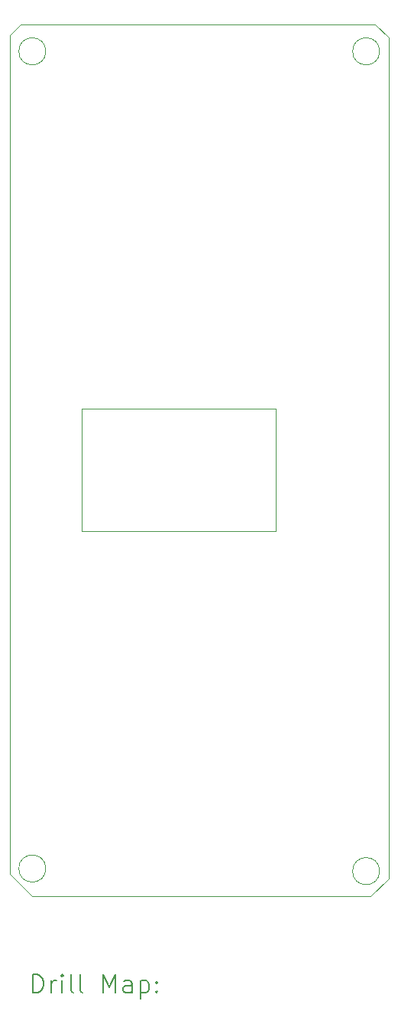
<source format=gbr>
%TF.GenerationSoftware,KiCad,Pcbnew,7.0.11+dfsg-1build4*%
%TF.CreationDate,2025-02-25T03:32:20+01:00*%
%TF.ProjectId,BertheVario213-Shema,42657274-6865-4566-9172-696f3231332d,1.11*%
%TF.SameCoordinates,Original*%
%TF.FileFunction,Drillmap*%
%TF.FilePolarity,Positive*%
%FSLAX45Y45*%
G04 Gerber Fmt 4.5, Leading zero omitted, Abs format (unit mm)*
G04 Created by KiCad (PCBNEW 7.0.11+dfsg-1build4) date 2025-02-25 03:32:20*
%MOMM*%
%LPD*%
G01*
G04 APERTURE LIST*
%ADD10C,0.050000*%
%ADD11C,0.200000*%
G04 APERTURE END LIST*
D10*
X16350000Y-6250000D02*
X16350000Y-15550000D01*
X16150000Y-15750000D01*
X12400000Y-15750000D01*
X12150000Y-15500000D01*
X12150000Y-6225000D01*
X12275000Y-6100000D01*
X16200000Y-6100000D01*
X16350000Y-6250000D01*
X12550000Y-6400000D02*
G75*
G03*
X12250000Y-6400000I-150000J0D01*
G01*
X12250000Y-6400000D02*
G75*
G03*
X12550000Y-6400000I150000J0D01*
G01*
X16250000Y-15469187D02*
G75*
G03*
X15950000Y-15469187I-150000J0D01*
G01*
X15950000Y-15469187D02*
G75*
G03*
X16250000Y-15469187I150000J0D01*
G01*
X12952000Y-10350000D02*
X15096457Y-10350000D01*
X15096457Y-11705543D01*
X12952000Y-11705543D01*
X12952000Y-10350000D01*
X16250000Y-6400000D02*
G75*
G03*
X15950000Y-6400000I-150000J0D01*
G01*
X15950000Y-6400000D02*
G75*
G03*
X16250000Y-6400000I150000J0D01*
G01*
X12550000Y-15440919D02*
G75*
G03*
X12250000Y-15440919I-150000J0D01*
G01*
X12250000Y-15440919D02*
G75*
G03*
X12550000Y-15440919I150000J0D01*
G01*
D11*
X12408277Y-16813984D02*
X12408277Y-16613984D01*
X12408277Y-16613984D02*
X12455896Y-16613984D01*
X12455896Y-16613984D02*
X12484467Y-16623508D01*
X12484467Y-16623508D02*
X12503515Y-16642555D01*
X12503515Y-16642555D02*
X12513039Y-16661603D01*
X12513039Y-16661603D02*
X12522562Y-16699698D01*
X12522562Y-16699698D02*
X12522562Y-16728269D01*
X12522562Y-16728269D02*
X12513039Y-16766365D01*
X12513039Y-16766365D02*
X12503515Y-16785412D01*
X12503515Y-16785412D02*
X12484467Y-16804460D01*
X12484467Y-16804460D02*
X12455896Y-16813984D01*
X12455896Y-16813984D02*
X12408277Y-16813984D01*
X12608277Y-16813984D02*
X12608277Y-16680650D01*
X12608277Y-16718746D02*
X12617801Y-16699698D01*
X12617801Y-16699698D02*
X12627324Y-16690174D01*
X12627324Y-16690174D02*
X12646372Y-16680650D01*
X12646372Y-16680650D02*
X12665420Y-16680650D01*
X12732086Y-16813984D02*
X12732086Y-16680650D01*
X12732086Y-16613984D02*
X12722562Y-16623508D01*
X12722562Y-16623508D02*
X12732086Y-16633031D01*
X12732086Y-16633031D02*
X12741610Y-16623508D01*
X12741610Y-16623508D02*
X12732086Y-16613984D01*
X12732086Y-16613984D02*
X12732086Y-16633031D01*
X12855896Y-16813984D02*
X12836848Y-16804460D01*
X12836848Y-16804460D02*
X12827324Y-16785412D01*
X12827324Y-16785412D02*
X12827324Y-16613984D01*
X12960658Y-16813984D02*
X12941610Y-16804460D01*
X12941610Y-16804460D02*
X12932086Y-16785412D01*
X12932086Y-16785412D02*
X12932086Y-16613984D01*
X13189229Y-16813984D02*
X13189229Y-16613984D01*
X13189229Y-16613984D02*
X13255896Y-16756841D01*
X13255896Y-16756841D02*
X13322562Y-16613984D01*
X13322562Y-16613984D02*
X13322562Y-16813984D01*
X13503515Y-16813984D02*
X13503515Y-16709222D01*
X13503515Y-16709222D02*
X13493991Y-16690174D01*
X13493991Y-16690174D02*
X13474943Y-16680650D01*
X13474943Y-16680650D02*
X13436848Y-16680650D01*
X13436848Y-16680650D02*
X13417801Y-16690174D01*
X13503515Y-16804460D02*
X13484467Y-16813984D01*
X13484467Y-16813984D02*
X13436848Y-16813984D01*
X13436848Y-16813984D02*
X13417801Y-16804460D01*
X13417801Y-16804460D02*
X13408277Y-16785412D01*
X13408277Y-16785412D02*
X13408277Y-16766365D01*
X13408277Y-16766365D02*
X13417801Y-16747317D01*
X13417801Y-16747317D02*
X13436848Y-16737793D01*
X13436848Y-16737793D02*
X13484467Y-16737793D01*
X13484467Y-16737793D02*
X13503515Y-16728269D01*
X13598753Y-16680650D02*
X13598753Y-16880650D01*
X13598753Y-16690174D02*
X13617801Y-16680650D01*
X13617801Y-16680650D02*
X13655896Y-16680650D01*
X13655896Y-16680650D02*
X13674943Y-16690174D01*
X13674943Y-16690174D02*
X13684467Y-16699698D01*
X13684467Y-16699698D02*
X13693991Y-16718746D01*
X13693991Y-16718746D02*
X13693991Y-16775888D01*
X13693991Y-16775888D02*
X13684467Y-16794936D01*
X13684467Y-16794936D02*
X13674943Y-16804460D01*
X13674943Y-16804460D02*
X13655896Y-16813984D01*
X13655896Y-16813984D02*
X13617801Y-16813984D01*
X13617801Y-16813984D02*
X13598753Y-16804460D01*
X13779705Y-16794936D02*
X13789229Y-16804460D01*
X13789229Y-16804460D02*
X13779705Y-16813984D01*
X13779705Y-16813984D02*
X13770182Y-16804460D01*
X13770182Y-16804460D02*
X13779705Y-16794936D01*
X13779705Y-16794936D02*
X13779705Y-16813984D01*
X13779705Y-16690174D02*
X13789229Y-16699698D01*
X13789229Y-16699698D02*
X13779705Y-16709222D01*
X13779705Y-16709222D02*
X13770182Y-16699698D01*
X13770182Y-16699698D02*
X13779705Y-16690174D01*
X13779705Y-16690174D02*
X13779705Y-16709222D01*
M02*

</source>
